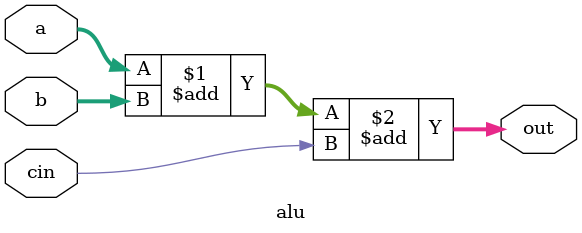
<source format=v>
module mult(
	 input clk, start,   
	 input [3:0] mc, mp,  //multiplicand and multiplier
	 output [7:0] prod,   //product
	 output busy          //when busy=1, result is not ready
	 );
	
	reg [3:0] A, Q, M;
	reg Q_1;
	reg [2:0] count;
	wire [3:0] sum, difference;
	
	always @(posedge clk) begin
		if(start) begin   //reset all registers and initilise M and Q on start
			A <= 4'b0;
			M <= mc;
			Q <= mp;
			Q_1 <= 1'b0;
			count <= 3'b0;
		end
		
		else begin  
			case({Q[0], Q_1})  //Booth's Algorithm
				2'b0_1 : {A, Q, Q_1} <= {sum[3], sum, Q};  //arithmetic shift left {A, Q, Q_1}
				2'b1_0 : {A, Q, Q_1} <= {difference[3], difference, Q};
				default: {A, Q, Q_1} <= {A[3], A, Q};
			endcase
			count <= count + 1'b1;
		end	
	end
	
	// Instantiation of alu as adder and subtractor
	alu ADDER (A, M, 1'b0, sum);
	alu SUBTRACTOR (A, ~M, 1'b1, difference);
	
	assign prod = {A, Q};
	assign busy = (count < 4);  //4-bit multiplier completes the opearation on 4th count, make busy low on 4th count
	
endmodule

/* ALU as an adder, but capable of subtraction:
   Subtraction means adding the two's complement,
   a - b = a + (-b) = a + (inverted b + 1)
   The 1 will be coming in as cin (carry-in) */

module alu(
	input [3:0] a, b,
	input cin,
	output [3:0] out
	);
	
	assign out = a + b + cin;
	
endmodule

</source>
